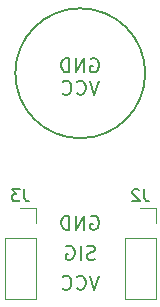
<source format=gbr>
G04 #@! TF.GenerationSoftware,KiCad,Pcbnew,(5.0.1)-4*
G04 #@! TF.CreationDate,2018-12-08T00:24:21+01:00*
G04 #@! TF.ProjectId,Motion Detector,4D6F74696F6E204465746563746F722E,rev?*
G04 #@! TF.SameCoordinates,Original*
G04 #@! TF.FileFunction,Legend,Bot*
G04 #@! TF.FilePolarity,Positive*
%FSLAX46Y46*%
G04 Gerber Fmt 4.6, Leading zero omitted, Abs format (unit mm)*
G04 Created by KiCad (PCBNEW (5.0.1)-4) date 08-Dec-18 12:24:21 AM*
%MOMM*%
%LPD*%
G01*
G04 APERTURE LIST*
%ADD10C,0.200000*%
%ADD11C,0.150000*%
%ADD12C,0.120000*%
G04 APERTURE END LIST*
D10*
X149504285Y-94015000D02*
X149618571Y-93957857D01*
X149790000Y-93957857D01*
X149961428Y-94015000D01*
X150075714Y-94129285D01*
X150132857Y-94243571D01*
X150190000Y-94472142D01*
X150190000Y-94643571D01*
X150132857Y-94872142D01*
X150075714Y-94986428D01*
X149961428Y-95100714D01*
X149790000Y-95157857D01*
X149675714Y-95157857D01*
X149504285Y-95100714D01*
X149447142Y-95043571D01*
X149447142Y-94643571D01*
X149675714Y-94643571D01*
X148932857Y-95157857D02*
X148932857Y-93957857D01*
X148247142Y-95157857D01*
X148247142Y-93957857D01*
X147675714Y-95157857D02*
X147675714Y-93957857D01*
X147390000Y-93957857D01*
X147218571Y-94015000D01*
X147104285Y-94129285D01*
X147047142Y-94243571D01*
X146990000Y-94472142D01*
X146990000Y-94643571D01*
X147047142Y-94872142D01*
X147104285Y-94986428D01*
X147218571Y-95100714D01*
X147390000Y-95157857D01*
X147675714Y-95157857D01*
X150190000Y-95862857D02*
X149790000Y-97062857D01*
X149390000Y-95862857D01*
X148304285Y-96948571D02*
X148361428Y-97005714D01*
X148532857Y-97062857D01*
X148647142Y-97062857D01*
X148818571Y-97005714D01*
X148932857Y-96891428D01*
X148990000Y-96777142D01*
X149047142Y-96548571D01*
X149047142Y-96377142D01*
X148990000Y-96148571D01*
X148932857Y-96034285D01*
X148818571Y-95920000D01*
X148647142Y-95862857D01*
X148532857Y-95862857D01*
X148361428Y-95920000D01*
X148304285Y-95977142D01*
X147104285Y-96948571D02*
X147161428Y-97005714D01*
X147332857Y-97062857D01*
X147447142Y-97062857D01*
X147618571Y-97005714D01*
X147732857Y-96891428D01*
X147790000Y-96777142D01*
X147847142Y-96548571D01*
X147847142Y-96377142D01*
X147790000Y-96148571D01*
X147732857Y-96034285D01*
X147618571Y-95920000D01*
X147447142Y-95862857D01*
X147332857Y-95862857D01*
X147161428Y-95920000D01*
X147104285Y-95977142D01*
X149818571Y-110975714D02*
X149647142Y-111032857D01*
X149361428Y-111032857D01*
X149247142Y-110975714D01*
X149190000Y-110918571D01*
X149132857Y-110804285D01*
X149132857Y-110690000D01*
X149190000Y-110575714D01*
X149247142Y-110518571D01*
X149361428Y-110461428D01*
X149590000Y-110404285D01*
X149704285Y-110347142D01*
X149761428Y-110290000D01*
X149818571Y-110175714D01*
X149818571Y-110061428D01*
X149761428Y-109947142D01*
X149704285Y-109890000D01*
X149590000Y-109832857D01*
X149304285Y-109832857D01*
X149132857Y-109890000D01*
X148618571Y-111032857D02*
X148618571Y-109832857D01*
X147418571Y-109890000D02*
X147532857Y-109832857D01*
X147704285Y-109832857D01*
X147875714Y-109890000D01*
X147990000Y-110004285D01*
X148047142Y-110118571D01*
X148104285Y-110347142D01*
X148104285Y-110518571D01*
X148047142Y-110747142D01*
X147990000Y-110861428D01*
X147875714Y-110975714D01*
X147704285Y-111032857D01*
X147590000Y-111032857D01*
X147418571Y-110975714D01*
X147361428Y-110918571D01*
X147361428Y-110518571D01*
X147590000Y-110518571D01*
X149504285Y-107350000D02*
X149618571Y-107292857D01*
X149790000Y-107292857D01*
X149961428Y-107350000D01*
X150075714Y-107464285D01*
X150132857Y-107578571D01*
X150190000Y-107807142D01*
X150190000Y-107978571D01*
X150132857Y-108207142D01*
X150075714Y-108321428D01*
X149961428Y-108435714D01*
X149790000Y-108492857D01*
X149675714Y-108492857D01*
X149504285Y-108435714D01*
X149447142Y-108378571D01*
X149447142Y-107978571D01*
X149675714Y-107978571D01*
X148932857Y-108492857D02*
X148932857Y-107292857D01*
X148247142Y-108492857D01*
X148247142Y-107292857D01*
X147675714Y-108492857D02*
X147675714Y-107292857D01*
X147390000Y-107292857D01*
X147218571Y-107350000D01*
X147104285Y-107464285D01*
X147047142Y-107578571D01*
X146990000Y-107807142D01*
X146990000Y-107978571D01*
X147047142Y-108207142D01*
X147104285Y-108321428D01*
X147218571Y-108435714D01*
X147390000Y-108492857D01*
X147675714Y-108492857D01*
X150190000Y-112372857D02*
X149790000Y-113572857D01*
X149390000Y-112372857D01*
X148304285Y-113458571D02*
X148361428Y-113515714D01*
X148532857Y-113572857D01*
X148647142Y-113572857D01*
X148818571Y-113515714D01*
X148932857Y-113401428D01*
X148990000Y-113287142D01*
X149047142Y-113058571D01*
X149047142Y-112887142D01*
X148990000Y-112658571D01*
X148932857Y-112544285D01*
X148818571Y-112430000D01*
X148647142Y-112372857D01*
X148532857Y-112372857D01*
X148361428Y-112430000D01*
X148304285Y-112487142D01*
X147104285Y-113458571D02*
X147161428Y-113515714D01*
X147332857Y-113572857D01*
X147447142Y-113572857D01*
X147618571Y-113515714D01*
X147732857Y-113401428D01*
X147790000Y-113287142D01*
X147847142Y-113058571D01*
X147847142Y-112887142D01*
X147790000Y-112658571D01*
X147732857Y-112544285D01*
X147618571Y-112430000D01*
X147447142Y-112372857D01*
X147332857Y-112372857D01*
X147161428Y-112430000D01*
X147104285Y-112487142D01*
D11*
G04 #@! TO.C,J1*
X154090000Y-95250000D02*
G75*
G03X154090000Y-95250000I-5500000J0D01*
G01*
D12*
G04 #@! TO.C,J2*
X155000000Y-114360000D02*
X152340000Y-114360000D01*
X155000000Y-109220000D02*
X155000000Y-114360000D01*
X152340000Y-109220000D02*
X152340000Y-114360000D01*
X155000000Y-109220000D02*
X152340000Y-109220000D01*
X155000000Y-107950000D02*
X155000000Y-106620000D01*
X155000000Y-106620000D02*
X153670000Y-106620000D01*
G04 #@! TO.C,J3*
X144840000Y-106620000D02*
X143510000Y-106620000D01*
X144840000Y-107950000D02*
X144840000Y-106620000D01*
X144840000Y-109220000D02*
X142180000Y-109220000D01*
X142180000Y-109220000D02*
X142180000Y-114360000D01*
X144840000Y-109220000D02*
X144840000Y-114360000D01*
X144840000Y-114360000D02*
X142180000Y-114360000D01*
G04 #@! TO.C,J2*
D11*
X154003333Y-105072380D02*
X154003333Y-105786666D01*
X154050952Y-105929523D01*
X154146190Y-106024761D01*
X154289047Y-106072380D01*
X154384285Y-106072380D01*
X153574761Y-105167619D02*
X153527142Y-105120000D01*
X153431904Y-105072380D01*
X153193809Y-105072380D01*
X153098571Y-105120000D01*
X153050952Y-105167619D01*
X153003333Y-105262857D01*
X153003333Y-105358095D01*
X153050952Y-105500952D01*
X153622380Y-106072380D01*
X153003333Y-106072380D01*
G04 #@! TO.C,J3*
X143843333Y-105072380D02*
X143843333Y-105786666D01*
X143890952Y-105929523D01*
X143986190Y-106024761D01*
X144129047Y-106072380D01*
X144224285Y-106072380D01*
X143462380Y-105072380D02*
X142843333Y-105072380D01*
X143176666Y-105453333D01*
X143033809Y-105453333D01*
X142938571Y-105500952D01*
X142890952Y-105548571D01*
X142843333Y-105643809D01*
X142843333Y-105881904D01*
X142890952Y-105977142D01*
X142938571Y-106024761D01*
X143033809Y-106072380D01*
X143319523Y-106072380D01*
X143414761Y-106024761D01*
X143462380Y-105977142D01*
G04 #@! TD*
M02*

</source>
